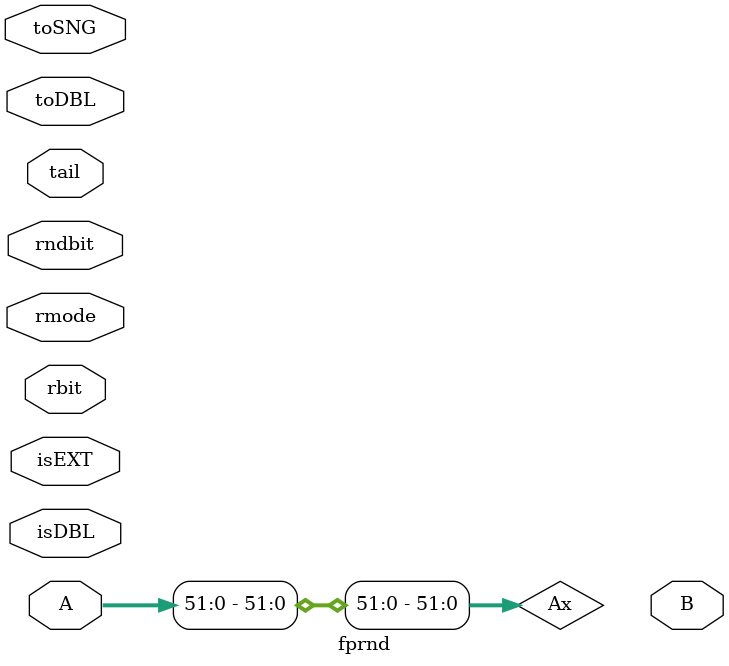
<source format=v>
/*
Copyright 2022 Goran Dakov

Licensed under the Apache License, Version 2.0 (the "License");
you may not use this file except in compliance with the License.
You may obtain a copy of the License at

    http://www.apache.org/licenses/LICENSE-2.0

Unless required by applicable law or agreed to in writing, software
distributed under the License is distributed on an "AS IS" BASIS,
WITHOUT WARRANTIES OR CONDITIONS OF ANY KIND, either express or implied.
See the License for the specific language governing permissions and
limitations under the License.
*/


`include "../struct.sv"

module fprnd(
  A,
  rbit,tail,
  rndbit,
  rmode,
  isDBL,
  isEXT,
  toDBL,
  toSNG,
  B);
//rnd first, then denormal handling
  input [80:0] A;
  input rbit;
  input tail;
  input rndbit;
  input [2:0] rmode;
  input isDBL;
  input isEXT;
  input toDBL;
  input toSNG;
  output [79:0] B;

  wire [63:0] Ax;
  wire do_rnd;
  wire cout;

  assign Ax={A[63:53]&{11{isEXT}},A[52]|isDBL,A[51:0]};

  adder #(64) rnd_mod(Ax,rbit,res0,1'b0,do_rnd,cout);

  assign res0=~do_rnd ? Ax : 64'bz;
endmodule

</source>
